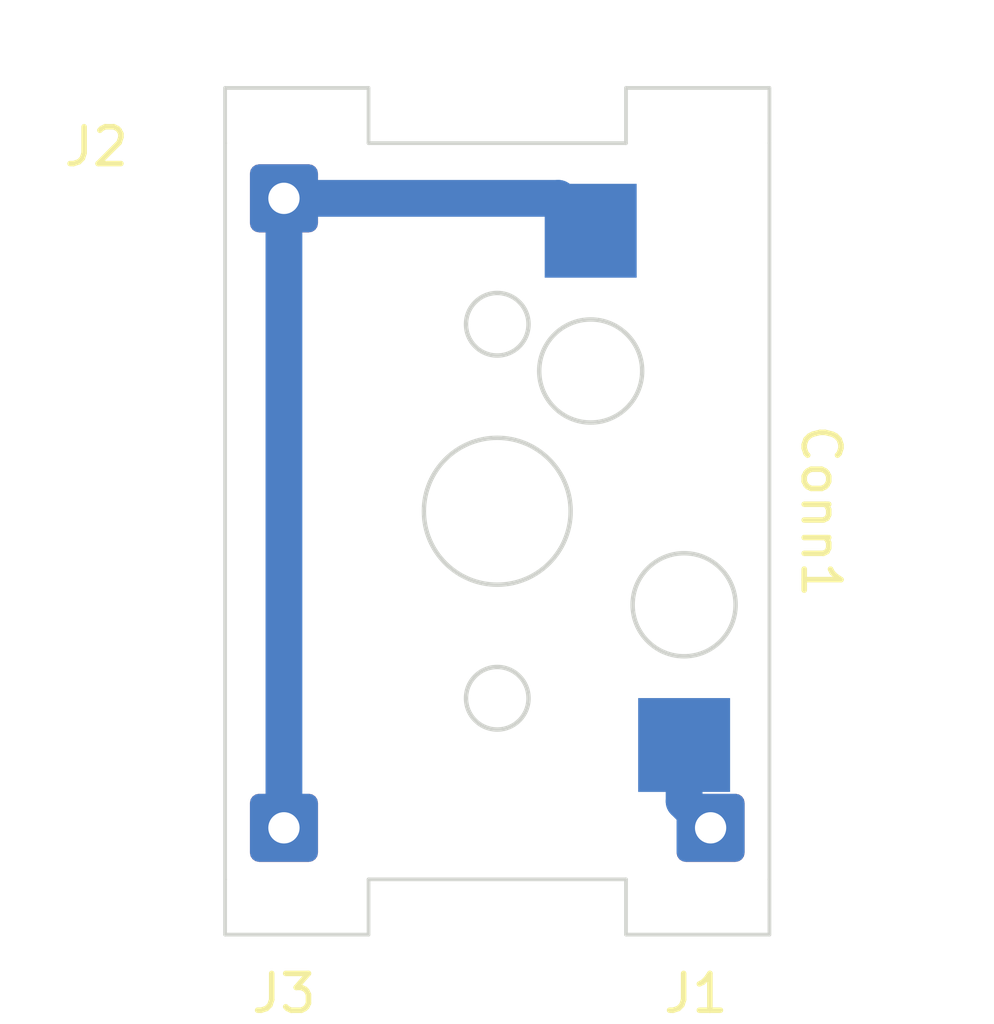
<source format=kicad_pcb>
(kicad_pcb (version 20211014) (generator pcbnew)
  (layers (0 "F.Cu" signal) (31 "B.Cu" signal) (34 "B.Paste" user) (35 "F.Paste" user) (36 "B.SilkS" user "B.Silkscreen") (37 "F.SilkS" user "F.Silkscreen") (38 "B.Mask" user) (39 "F.Mask" user) (44 "Edge.Cuts" user))
  (net 0 "")
  (net 1 "Net-(Conn1-Pad1)")
  (net 2 "Net-(Conn1-Pad2)")
  (footprint "键盘相关:五脚轴座" (layer "F.Cu") (at 0 0 -90)
    (fp_text reference "Conn1" (at 0 -8.8 -90 unlocked) (layer "F.SilkS"))
    (fp_text value "轴座")
    (fp_circle (center -3.81 -2.54) (end -2.41 -2.54) (layer "Edge.Cuts") (width 0.12) (fill none))
    (fp_circle (center 0 0) (end 1.995 0) (layer "Edge.Cuts") (width 0.12) (fill none))
    (fp_circle (center 2.54 -5.08) (end 3.94 -5.08) (layer "Edge.Cuts") (width 0.12) (fill none))
    (fp_circle (center 5.08 0) (end 5.93 0) (layer "Edge.Cuts") (width 0.12) (fill none))
    (fp_circle (center -5.08 0) (end -4.23 0) (layer "Edge.Cuts") (width 0.12) (fill none))
    (pad "1" smd rect (at 6.35 -5.08 270) (size 2.55 2.5) (layers "B.Cu" "B.Paste" "B.Mask") (net 1 "Net-(Conn1-Pad1)"))
    (pad "2" smd rect (at -7.62 -2.54 270) (size 2.55 2.5) (layers "B.Cu" "B.Paste" "B.Mask") (net 2 "Net-(Conn1-Pad2)"))
  )
  (footprint "Connector_Wire:SolderWire-0.25sqmm_1x01_D0.65mm_OD1.7mm" (layer "F.Cu") (at -5.8 -8.6)
    (fp_text reference "J2" (at -5.1 -1.3) (layer "F.SilkS"))
    (fp_text value "Conn_01x01_Female")
    (pad "1" thru_hole roundrect (at 0 0.1) (size 1.85 1.85) (drill 0.85) (layers *.Cu *.Mask) (roundrect_rratio 0.135135) (net 2 "Net-(Conn1-Pad2)"))
  )
  (footprint "Connector_Wire:SolderWire-0.25sqmm_1x01_D0.65mm_OD1.7mm" (layer "F.Cu") (at 5.8 8.6)
    (fp_text reference "J1" (at -0.4 4.5) (layer "F.SilkS"))
    (fp_text value "Conn_01x01_Female")
    (pad "1" thru_hole roundrect (at 0 0) (size 1.85 1.85) (drill 0.85) (layers *.Cu *.Mask) (roundrect_rratio 0.135135) (net 1 "Net-(Conn1-Pad1)"))
  )
  (footprint "Connector_Wire:SolderWire-0.25sqmm_1x01_D0.65mm_OD1.7mm" (layer "F.Cu") (at -5.8 8.6)
    (fp_text reference "J3" (at 0 4.5) (layer "F.SilkS"))
    (fp_text value "Conn_01x01_Female")
    (pad "1" thru_hole roundrect (at 0 0) (size 1.85 1.85) (drill 0.85) (layers *.Cu *.Mask) (roundrect_rratio 0.135135) (net 2 "Net-(Conn1-Pad2)"))
  )
  (gr_line (start -7.4 11.5) (end -3.5 11.5) (layer "Edge.Cuts") (width 0.1))
  (gr_line (start 3.5 -11.5) (end 3.5 -10) (layer "Edge.Cuts") (width 0.1))
  (gr_line (start -7.4 -11.5) (end -3.5 -11.5) (layer "Edge.Cuts") (width 0.1))
  (gr_line (start -7.4 10) (end -7.4 -10) (layer "Edge.Cuts") (width 0.1))
  (gr_line (start -3.5 11.5) (end -3.5 10) (layer "Edge.Cuts") (width 0.1))
  (gr_line (start 7.4 10) (end 7.4 11.5) (layer "Edge.Cuts") (width 0.1))
  (gr_line (start 7.4 -10) (end 7.4 -11.5) (layer "Edge.Cuts") (width 0.1))
  (gr_line (start -3.5 -11.5) (end -3.5 -10) (layer "Edge.Cuts") (width 0.1))
  (gr_line (start 3.5 10) (end -3.5 10) (layer "Edge.Cuts") (width 0.1))
  (gr_line (start -7.4 10) (end -7.4 11.5) (layer "Edge.Cuts") (width 0.1))
  (gr_line (start -3.5 -10) (end 3.5 -10) (layer "Edge.Cuts") (width 0.1))
  (gr_line (start 3.5 11.5) (end 3.5 10) (layer "Edge.Cuts") (width 0.1))
  (gr_line (start -7.4 -10) (end -7.4 -11.5) (layer "Edge.Cuts") (width 0.1))
  (gr_line (start 7.4 -10) (end 7.4 10) (layer "Edge.Cuts") (width 0.1))
  (gr_line (start 7.4 11.5) (end 3.5 11.5) (layer "Edge.Cuts") (width 0.1))
  (gr_line (start 7.4 -11.5) (end 3.5 -11.5) (layer "Edge.Cuts") (width 0.1))
  (segment (start 5.08 7.88) (end 5.8 8.6) (width 1) (layer "B.Cu") (net 1))
  (segment (start 5.08 6.35) (end 5.08 7.88) (width 1) (layer "B.Cu") (net 1))
  (segment (start -5.8 -8.5) (end 1.66 -8.5) (width 1) (layer "B.Cu") (net 2))
  (segment (start 1.66 -8.5) (end 2.54 -7.62) (width 1) (layer "B.Cu") (net 2))
  (segment (start -5.8 -8.5) (end -5.8 8.6) (width 1) (layer "B.Cu") (net 2))
)
</source>
